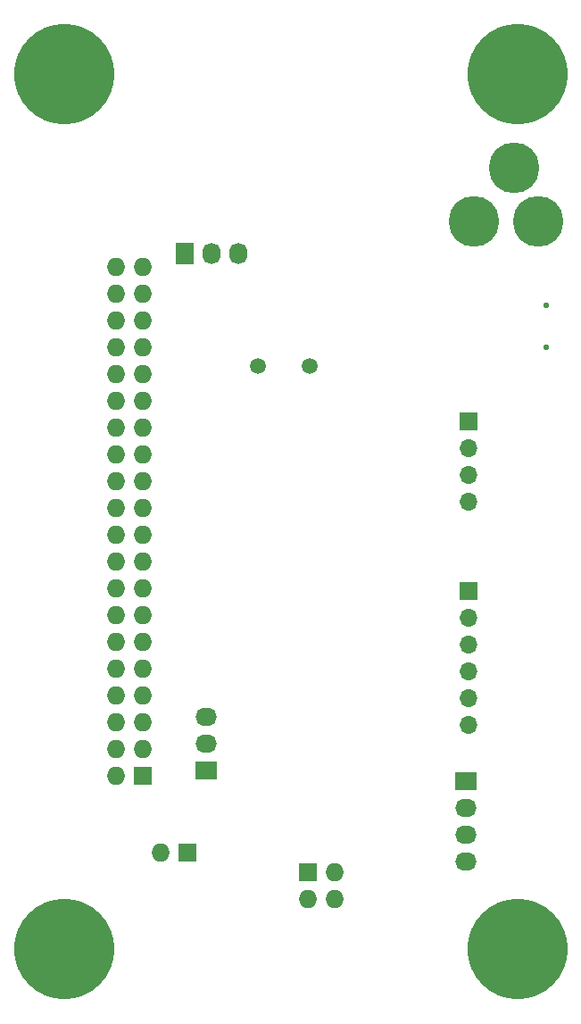
<source format=gbr>
G04 #@! TF.FileFunction,Soldermask,Bot*
%FSLAX46Y46*%
G04 Gerber Fmt 4.6, Leading zero omitted, Abs format (unit mm)*
G04 Created by KiCad (PCBNEW (after 2015-mar-04 BZR unknown)-product) date 6/9/2017 2:32:57 PM*
%MOMM*%
G01*
G04 APERTURE LIST*
%ADD10C,0.100000*%
%ADD11R,1.727200X1.727200*%
%ADD12O,1.727200X1.727200*%
%ADD13R,1.727200X2.032000*%
%ADD14O,1.727200X2.032000*%
%ADD15R,2.032000X1.727200*%
%ADD16O,2.032000X1.727200*%
%ADD17C,4.800600*%
%ADD18C,0.550000*%
%ADD19C,1.501140*%
%ADD20C,9.525000*%
%ADD21R,1.700000X1.700000*%
%ADD22O,1.700000X1.700000*%
G04 APERTURE END LIST*
D10*
D11*
X27686000Y-89789000D03*
D12*
X25146000Y-89789000D03*
D13*
X27432000Y-33020000D03*
D14*
X29972000Y-33020000D03*
X32512000Y-33020000D03*
D15*
X29464000Y-82042000D03*
D16*
X29464000Y-79502000D03*
X29464000Y-76962000D03*
D17*
X60960000Y-29972000D03*
X54864000Y-29972000D03*
X58674000Y-24892000D03*
D11*
X23495000Y-82550000D03*
D12*
X20955000Y-82550000D03*
X23495000Y-80010000D03*
X20955000Y-80010000D03*
X23495000Y-77470000D03*
X20955000Y-77470000D03*
X23495000Y-74930000D03*
X20955000Y-74930000D03*
X23495000Y-72390000D03*
X20955000Y-72390000D03*
X23495000Y-69850000D03*
X20955000Y-69850000D03*
X23495000Y-67310000D03*
X20955000Y-67310000D03*
X23495000Y-64770000D03*
X20955000Y-64770000D03*
X23495000Y-62230000D03*
X20955000Y-62230000D03*
X23495000Y-59690000D03*
X20955000Y-59690000D03*
X23495000Y-57150000D03*
X20955000Y-57150000D03*
X23495000Y-54610000D03*
X20955000Y-54610000D03*
X23495000Y-52070000D03*
X20955000Y-52070000D03*
X23495000Y-49530000D03*
X20955000Y-49530000D03*
X23495000Y-46990000D03*
X20955000Y-46990000D03*
X23495000Y-44450000D03*
X20955000Y-44450000D03*
X23495000Y-41910000D03*
X20955000Y-41910000D03*
X23495000Y-39370000D03*
X20955000Y-39370000D03*
X23495000Y-36830000D03*
X20955000Y-36830000D03*
X23495000Y-34290000D03*
X20955000Y-34290000D03*
D18*
X61739000Y-41878000D03*
X61739000Y-37878000D03*
D19*
X34389060Y-43688000D03*
X39270940Y-43688000D03*
D15*
X54102000Y-83058000D03*
D16*
X54102000Y-85598000D03*
X54102000Y-88138000D03*
X54102000Y-90678000D03*
D11*
X39116000Y-91694000D03*
D12*
X41656000Y-91694000D03*
X39116000Y-94234000D03*
X41656000Y-94234000D03*
D20*
X16000000Y-16000000D03*
X59000000Y-16000000D03*
X16000000Y-99000000D03*
X59000000Y-99000000D03*
D21*
X54356000Y-48895000D03*
D22*
X54356000Y-51435000D03*
X54356000Y-53975000D03*
X54356000Y-56515000D03*
D21*
X54356000Y-65024000D03*
D22*
X54356000Y-67564000D03*
X54356000Y-70104000D03*
X54356000Y-72644000D03*
X54356000Y-75184000D03*
X54356000Y-77724000D03*
M02*

</source>
